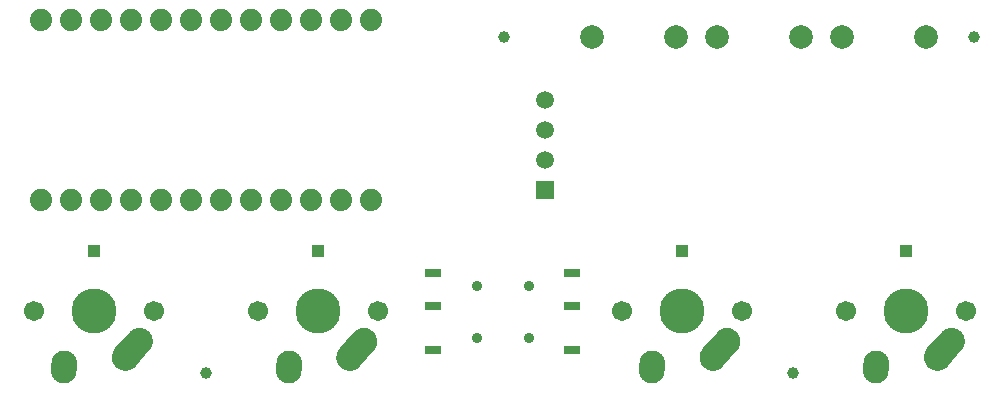
<source format=gts>
G04 Layer_Color=8388736*
%FSLAX25Y25*%
%MOIN*%
G70*
G01*
G75*
%ADD10R,0.05512X0.02756*%
%ADD12C,0.05905*%
%ADD13R,0.05905X0.05905*%
%ADD14C,0.07874*%
%ADD15C,0.07400*%
G04:AMPARAMS|DCode=16|XSize=108.9mil|YSize=86mil|CornerRadius=0mil|HoleSize=0mil|Usage=FLASHONLY|Rotation=86.000|XOffset=0mil|YOffset=0mil|HoleType=Round|Shape=Round|*
%AMOVALD16*
21,1,0.02290,0.08600,0.00000,0.00000,86.0*
1,1,0.08600,-0.00080,-0.01142*
1,1,0.08600,0.00080,0.01142*
%
%ADD16OVALD16*%

%ADD17C,0.08600*%
%ADD18C,0.06700*%
%ADD19C,0.15000*%
%ADD20R,0.03937X0.03937*%
%ADD21C,0.03937*%
%ADD22C,0.03543*%
G36*
X262432Y175539D02*
X262655Y175524D01*
X262878Y175498D01*
X263099Y175460D01*
X263318Y175412D01*
X263535Y175353D01*
X263748Y175283D01*
X263958Y175203D01*
X264163Y175112D01*
X264363Y175011D01*
X264559Y174900D01*
X264748Y174780D01*
X264931Y174650D01*
X265107Y174512D01*
X265277Y174365D01*
X265439Y174209D01*
X265592Y174046D01*
X265738Y173875D01*
X265875Y173697D01*
X266002Y173513D01*
X266121Y173322D01*
X266230Y173126D01*
X266329Y172924D01*
X266417Y172718D01*
X266496Y172508D01*
X266563Y172294D01*
X266620Y172077D01*
X266667Y171858D01*
X266702Y171636D01*
X266726Y171413D01*
X266738Y171189D01*
X266740Y170965D01*
X266731Y170740D01*
X266710Y170517D01*
X266678Y170295D01*
X266635Y170075D01*
X266582Y169857D01*
X266517Y169642D01*
X266442Y169430D01*
X266356Y169223D01*
X266261Y169020D01*
X266155Y168822D01*
X266039Y168630D01*
X265914Y168444D01*
X265780Y168264D01*
X265637Y168091D01*
X261045Y162808D01*
X260893Y162642D01*
X260734Y162484D01*
X260567Y162335D01*
X260392Y162193D01*
X260211Y162061D01*
X260023Y161938D01*
X259830Y161824D01*
X259631Y161721D01*
X259427Y161627D01*
X259219Y161543D01*
X259007Y161470D01*
X258791Y161408D01*
X258573Y161356D01*
X258352Y161316D01*
X258130Y161286D01*
X257906Y161267D01*
X257682Y161260D01*
X257458Y161264D01*
X257234Y161279D01*
X257011Y161305D01*
X256790Y161343D01*
X256571Y161391D01*
X256354Y161450D01*
X256141Y161520D01*
X255931Y161600D01*
X255726Y161691D01*
X255526Y161792D01*
X255331Y161903D01*
X255141Y162023D01*
X254958Y162153D01*
X254782Y162291D01*
X254612Y162439D01*
X254451Y162594D01*
X254297Y162757D01*
X254151Y162928D01*
X254014Y163106D01*
X253887Y163290D01*
X253768Y163481D01*
X253660Y163677D01*
X253561Y163879D01*
X253472Y164085D01*
X253394Y164295D01*
X253326Y164509D01*
X253269Y164726D01*
X253223Y164945D01*
X253188Y165167D01*
X253164Y165390D01*
X253151Y165614D01*
X253149Y165839D01*
X253159Y166063D01*
X253179Y166286D01*
X253211Y166508D01*
X253254Y166729D01*
X253308Y166946D01*
X253372Y167161D01*
X253447Y167373D01*
X253533Y167580D01*
X253629Y167783D01*
X253735Y167981D01*
X253850Y168173D01*
X253975Y168359D01*
X254109Y168539D01*
X254252Y168712D01*
X258845Y173995D01*
X258996Y174161D01*
X259155Y174319D01*
X259323Y174469D01*
X259497Y174610D01*
X259678Y174742D01*
X259866Y174865D01*
X260059Y174979D01*
X260258Y175083D01*
X260462Y175177D01*
X260670Y175260D01*
X260882Y175333D01*
X261098Y175396D01*
X261316Y175447D01*
X261537Y175488D01*
X261759Y175517D01*
X261983Y175536D01*
X262207Y175543D01*
X262432Y175539D01*
D02*
G37*
G36*
X187628D02*
X187852Y175524D01*
X188075Y175498D01*
X188296Y175460D01*
X188515Y175412D01*
X188732Y175353D01*
X188945Y175283D01*
X189155Y175203D01*
X189360Y175112D01*
X189560Y175011D01*
X189755Y174900D01*
X189945Y174780D01*
X190128Y174650D01*
X190304Y174512D01*
X190474Y174365D01*
X190636Y174209D01*
X190789Y174046D01*
X190935Y173875D01*
X191072Y173697D01*
X191199Y173513D01*
X191318Y173322D01*
X191427Y173126D01*
X191525Y172924D01*
X191614Y172718D01*
X191692Y172508D01*
X191760Y172294D01*
X191817Y172077D01*
X191863Y171858D01*
X191899Y171636D01*
X191922Y171413D01*
X191935Y171189D01*
X191937Y170965D01*
X191928Y170740D01*
X191907Y170517D01*
X191875Y170295D01*
X191832Y170075D01*
X191779Y169857D01*
X191714Y169642D01*
X191639Y169430D01*
X191553Y169223D01*
X191457Y169020D01*
X191351Y168822D01*
X191236Y168630D01*
X191111Y168444D01*
X190977Y168264D01*
X190834Y168091D01*
X186241Y162808D01*
X186090Y162642D01*
X185931Y162484D01*
X185764Y162335D01*
X185589Y162193D01*
X185408Y162061D01*
X185220Y161938D01*
X185027Y161824D01*
X184828Y161721D01*
X184624Y161627D01*
X184416Y161543D01*
X184204Y161470D01*
X183988Y161408D01*
X183770Y161356D01*
X183549Y161316D01*
X183327Y161286D01*
X183103Y161267D01*
X182879Y161260D01*
X182655Y161264D01*
X182431Y161279D01*
X182208Y161305D01*
X181987Y161343D01*
X181768Y161391D01*
X181551Y161450D01*
X181338Y161520D01*
X181128Y161600D01*
X180923Y161691D01*
X180723Y161792D01*
X180528Y161903D01*
X180338Y162023D01*
X180155Y162153D01*
X179979Y162291D01*
X179809Y162439D01*
X179648Y162594D01*
X179494Y162757D01*
X179348Y162928D01*
X179211Y163106D01*
X179084Y163290D01*
X178965Y163481D01*
X178856Y163677D01*
X178758Y163879D01*
X178669Y164085D01*
X178591Y164295D01*
X178523Y164509D01*
X178466Y164726D01*
X178420Y164945D01*
X178384Y165167D01*
X178360Y165390D01*
X178348Y165614D01*
X178346Y165839D01*
X178356Y166063D01*
X178376Y166286D01*
X178408Y166508D01*
X178451Y166729D01*
X178505Y166946D01*
X178569Y167161D01*
X178644Y167373D01*
X178730Y167580D01*
X178826Y167783D01*
X178931Y167981D01*
X179047Y168173D01*
X179172Y168359D01*
X179306Y168539D01*
X179449Y168712D01*
X184042Y173995D01*
X184193Y174161D01*
X184352Y174319D01*
X184519Y174469D01*
X184694Y174610D01*
X184875Y174742D01*
X185063Y174865D01*
X185256Y174979D01*
X185455Y175083D01*
X185659Y175177D01*
X185867Y175260D01*
X186079Y175333D01*
X186295Y175396D01*
X186513Y175447D01*
X186734Y175488D01*
X186956Y175517D01*
X187180Y175536D01*
X187404Y175543D01*
X187628Y175539D01*
D02*
G37*
G36*
X458298D02*
X458522Y175524D01*
X458744Y175498D01*
X458966Y175460D01*
X459185Y175412D01*
X459401Y175353D01*
X459614Y175283D01*
X459824Y175203D01*
X460029Y175112D01*
X460229Y175011D01*
X460425Y174900D01*
X460614Y174780D01*
X460797Y174650D01*
X460974Y174512D01*
X461143Y174365D01*
X461305Y174209D01*
X461459Y174046D01*
X461604Y173875D01*
X461741Y173697D01*
X461869Y173513D01*
X461987Y173322D01*
X462096Y173126D01*
X462195Y172924D01*
X462284Y172718D01*
X462362Y172508D01*
X462430Y172294D01*
X462487Y172077D01*
X462533Y171858D01*
X462568Y171636D01*
X462592Y171413D01*
X462605Y171189D01*
X462606Y170965D01*
X462597Y170740D01*
X462576Y170517D01*
X462544Y170295D01*
X462501Y170075D01*
X462448Y169857D01*
X462383Y169642D01*
X462308Y169430D01*
X462222Y169223D01*
X462127Y169020D01*
X462021Y168822D01*
X461905Y168630D01*
X461780Y168444D01*
X461646Y168264D01*
X461503Y168091D01*
X456911Y162808D01*
X456759Y162642D01*
X456600Y162484D01*
X456433Y162335D01*
X456258Y162193D01*
X456077Y162061D01*
X455890Y161938D01*
X455696Y161824D01*
X455497Y161721D01*
X455294Y161627D01*
X455085Y161543D01*
X454873Y161470D01*
X454658Y161408D01*
X454439Y161356D01*
X454219Y161316D01*
X453996Y161286D01*
X453772Y161267D01*
X453548Y161260D01*
X453324Y161264D01*
X453100Y161279D01*
X452877Y161305D01*
X452656Y161343D01*
X452437Y161391D01*
X452220Y161450D01*
X452007Y161520D01*
X451798Y161600D01*
X451592Y161691D01*
X451392Y161792D01*
X451197Y161903D01*
X451008Y162023D01*
X450824Y162153D01*
X450648Y162291D01*
X450479Y162439D01*
X450317Y162594D01*
X450163Y162757D01*
X450017Y162928D01*
X449881Y163106D01*
X449753Y163290D01*
X449634Y163481D01*
X449526Y163677D01*
X449427Y163879D01*
X449338Y164085D01*
X449260Y164295D01*
X449192Y164509D01*
X449135Y164726D01*
X449089Y164945D01*
X449054Y165167D01*
X449030Y165390D01*
X449017Y165614D01*
X449015Y165839D01*
X449025Y166063D01*
X449046Y166286D01*
X449077Y166508D01*
X449120Y166729D01*
X449174Y166946D01*
X449238Y167161D01*
X449313Y167373D01*
X449399Y167580D01*
X449495Y167783D01*
X449601Y167981D01*
X449716Y168173D01*
X449841Y168359D01*
X449975Y168539D01*
X450118Y168712D01*
X454711Y173995D01*
X454862Y174161D01*
X455022Y174319D01*
X455189Y174469D01*
X455363Y174610D01*
X455544Y174742D01*
X455732Y174865D01*
X455925Y174979D01*
X456124Y175083D01*
X456328Y175177D01*
X456536Y175260D01*
X456748Y175333D01*
X456964Y175396D01*
X457182Y175447D01*
X457403Y175488D01*
X457625Y175517D01*
X457849Y175536D01*
X458073Y175543D01*
X458298Y175539D01*
D02*
G37*
G36*
X383494D02*
X383718Y175524D01*
X383941Y175498D01*
X384162Y175460D01*
X384382Y175412D01*
X384598Y175353D01*
X384811Y175283D01*
X385021Y175203D01*
X385226Y175112D01*
X385426Y175011D01*
X385622Y174900D01*
X385811Y174780D01*
X385994Y174650D01*
X386171Y174512D01*
X386340Y174365D01*
X386502Y174209D01*
X386655Y174046D01*
X386801Y173875D01*
X386938Y173697D01*
X387066Y173513D01*
X387184Y173322D01*
X387293Y173126D01*
X387392Y172924D01*
X387480Y172718D01*
X387559Y172508D01*
X387626Y172294D01*
X387683Y172077D01*
X387730Y171858D01*
X387765Y171636D01*
X387789Y171413D01*
X387801Y171189D01*
X387803Y170965D01*
X387794Y170740D01*
X387773Y170517D01*
X387741Y170295D01*
X387698Y170075D01*
X387645Y169857D01*
X387580Y169642D01*
X387505Y169430D01*
X387419Y169223D01*
X387323Y169020D01*
X387218Y168822D01*
X387102Y168630D01*
X386977Y168444D01*
X386843Y168264D01*
X386700Y168091D01*
X382108Y162808D01*
X381956Y162642D01*
X381797Y162484D01*
X381630Y162335D01*
X381455Y162193D01*
X381274Y162061D01*
X381086Y161938D01*
X380893Y161824D01*
X380694Y161721D01*
X380490Y161627D01*
X380282Y161543D01*
X380070Y161470D01*
X379854Y161408D01*
X379636Y161356D01*
X379415Y161316D01*
X379193Y161286D01*
X378969Y161267D01*
X378745Y161260D01*
X378521Y161264D01*
X378297Y161279D01*
X378074Y161305D01*
X377853Y161343D01*
X377634Y161391D01*
X377417Y161450D01*
X377204Y161520D01*
X376994Y161600D01*
X376789Y161691D01*
X376589Y161792D01*
X376394Y161903D01*
X376204Y162023D01*
X376021Y162153D01*
X375845Y162291D01*
X375675Y162439D01*
X375514Y162594D01*
X375360Y162757D01*
X375214Y162928D01*
X375077Y163106D01*
X374950Y163290D01*
X374831Y163481D01*
X374723Y163677D01*
X374624Y163879D01*
X374535Y164085D01*
X374457Y164295D01*
X374389Y164509D01*
X374332Y164726D01*
X374286Y164945D01*
X374251Y165167D01*
X374227Y165390D01*
X374214Y165614D01*
X374212Y165839D01*
X374222Y166063D01*
X374242Y166286D01*
X374274Y166508D01*
X374317Y166729D01*
X374371Y166946D01*
X374435Y167161D01*
X374510Y167373D01*
X374596Y167580D01*
X374692Y167783D01*
X374798Y167981D01*
X374913Y168173D01*
X375038Y168359D01*
X375172Y168539D01*
X375315Y168712D01*
X379908Y173995D01*
X380059Y174161D01*
X380218Y174319D01*
X380385Y174469D01*
X380560Y174610D01*
X380741Y174742D01*
X380929Y174865D01*
X381122Y174979D01*
X381321Y175083D01*
X381525Y175177D01*
X381733Y175260D01*
X381945Y175333D01*
X382161Y175396D01*
X382379Y175447D01*
X382600Y175488D01*
X382822Y175517D01*
X383046Y175536D01*
X383270Y175543D01*
X383494Y175539D01*
D02*
G37*
D10*
X331789Y193701D02*
D03*
Y182677D02*
D03*
Y168110D02*
D03*
X285332D02*
D03*
Y182677D02*
D03*
Y193701D02*
D03*
D12*
X322835Y251457D02*
D03*
Y231457D02*
D03*
Y241457D02*
D03*
D13*
Y221457D02*
D03*
D14*
X421851Y272638D02*
D03*
X449851D02*
D03*
X380106Y272638D02*
D03*
X408107D02*
D03*
X338362D02*
D03*
X366362D02*
D03*
D15*
X154724Y218032D02*
D03*
X164724D02*
D03*
X174724D02*
D03*
X184724D02*
D03*
X194724D02*
D03*
X204724D02*
D03*
X214724D02*
D03*
X224724D02*
D03*
X234724D02*
D03*
X244724D02*
D03*
X254724D02*
D03*
X264724D02*
D03*
Y278031D02*
D03*
X254724D02*
D03*
X244724D02*
D03*
X234724D02*
D03*
X224724D02*
D03*
X214724D02*
D03*
X204724D02*
D03*
X194724D02*
D03*
X184724D02*
D03*
X174724D02*
D03*
X164724D02*
D03*
X154724D02*
D03*
D16*
X433071Y162402D02*
D03*
X358268D02*
D03*
X237205D02*
D03*
X162402D02*
D03*
D17*
X458211Y171102D02*
D03*
X453575Y165740D02*
D03*
X383407Y171102D02*
D03*
X378772Y165740D02*
D03*
X262345Y171102D02*
D03*
X257709Y165740D02*
D03*
X187541Y171102D02*
D03*
X182906Y165740D02*
D03*
D18*
X423011Y181202D02*
D03*
X463011D02*
D03*
X348207D02*
D03*
X388208D02*
D03*
X227145D02*
D03*
X267144D02*
D03*
X152341D02*
D03*
X192341D02*
D03*
D19*
X443011D02*
D03*
X368208D02*
D03*
X247145D02*
D03*
X172341D02*
D03*
D20*
X443011Y201202D02*
D03*
X368208D02*
D03*
X247145D02*
D03*
X172341D02*
D03*
D21*
X309055Y272638D02*
D03*
X465551D02*
D03*
X209646Y160433D02*
D03*
X405512D02*
D03*
D22*
X299899Y189567D02*
D03*
X317221D02*
D03*
X299899Y172244D02*
D03*
X317221D02*
D03*
M02*

</source>
